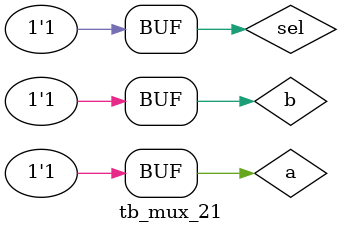
<source format=v>
module mux_21(a,b,sel,y);
input wire a;
input wire b;  
input wire sel;
output wire y;      
assign y = (sel) ? b : a;
endmodule
///////////////tb/////////////////
module tb_mux_21();
reg a, b, sel;
wire y;
mux_21 m1 (a,b,sel,y);
initial 
begin
a = 0; b = 0; sel = 0; #100;
a = 0; b = 1; sel = 0; #100;
a = 1; b = 0; sel = 0; #100;
a = 1; b = 1; sel = 0; #100;
a = 0; b = 0; sel = 1; #100;
a = 0; b = 1; sel = 1; #100;
a = 1; b = 0; sel = 1; #100;
a = 1; b = 1; sel = 1; 
end
endmodule

</source>
